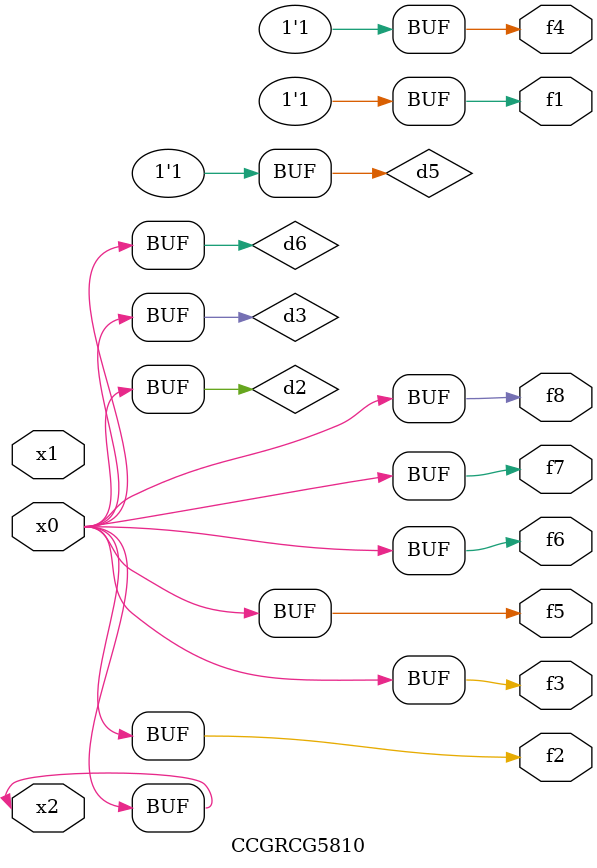
<source format=v>
module CCGRCG5810(
	input x0, x1, x2,
	output f1, f2, f3, f4, f5, f6, f7, f8
);

	wire d1, d2, d3, d4, d5, d6;

	xnor (d1, x2);
	buf (d2, x0, x2);
	and (d3, x0);
	xnor (d4, x1, x2);
	nand (d5, d1, d3);
	buf (d6, d2, d3);
	assign f1 = d5;
	assign f2 = d6;
	assign f3 = d6;
	assign f4 = d5;
	assign f5 = d6;
	assign f6 = d6;
	assign f7 = d6;
	assign f8 = d6;
endmodule

</source>
